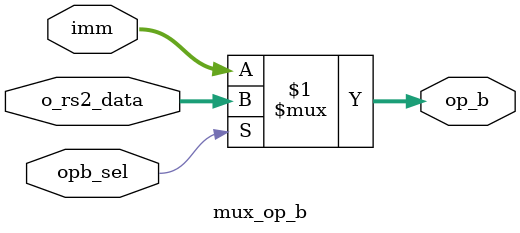
<source format=sv>
module mux_op_b (
input logic [31:0] imm, o_rs2_data,
input logic opb_sel,
output logic [31:0] op_b
);
assign op_b = opb_sel ? o_rs2_data:imm;
endmodule
</source>
